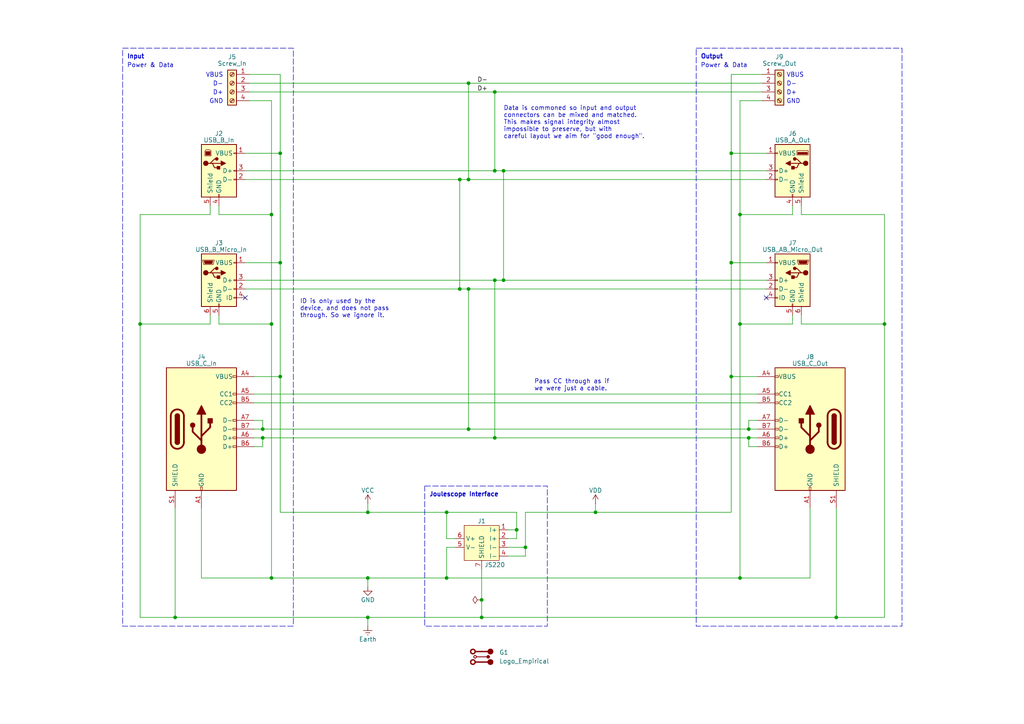
<source format=kicad_sch>
(kicad_sch (version 20231120) (generator "eeschema") (generator_version "8.0")
  (paper "A4")
  (title_block (title "BP1: uUSB JS220 FP") (date "2024-09-15") (rev "C") (comment 1 "Internal") (comment 2 "HR"))
  (lib_symbols
    (symbol "Becquerel:Logo_Empirical" (in_bom no)
      (property "Reference" "G" (at 0 3.81 0))
      (property "Value" "Logo_Empirical" (at 0 -4.064 0))
      (symbol "Logo_Empirical_0_1"
        (circle (center -2.54 -1.524) (radius 0.6476) (stroke (width 0.4)))
        (circle (center -2.54 1.524) (radius 0.6476) (stroke (width 0.4)))
        (circle (center -1.905 0) (radius 0.381) (stroke (width 0.25)))
        (polyline (pts (xy -1.905 -1.524) (xy 1.905 -1.524)) (stroke (width 0.4)))
        (polyline (pts (xy -1.905 1.524) (xy 1.905 1.524)) (stroke (width 0.4)))
        (polyline (pts (xy -1.524 0) (xy 1.524 0)) (stroke (width 0.25)))
        (circle (center 1.905 0) (radius 0.381) (stroke (width 0.25)) (fill (type outline)))
        (circle (center 2.54 -1.524) (radius 0.6476) (stroke (width 0.4)) (fill (type outline)))
        (circle (center 2.54 1.524) (radius 0.6476) (stroke (width 0.4)) (fill (type outline)))
      )
    )
    (symbol "Connector:Screw_Terminal_01x04" (pin_names (offset 1.016) hide)
      (property "Reference" "J" (at 0 5.08 0))
      (property "Value" "Screw_Terminal_01x04" (at 0 -7.62 0))
      (symbol "Screw_Terminal_01x04_1_1"
        (rectangle (start -1.27 3.81) (end 1.27 -6.35) (stroke (width 0.254)) (fill (type background)))
        (circle (center 0 -5.08) (radius 0.635) (stroke (width 0.1524)))
        (circle (center 0 -2.54) (radius 0.635) (stroke (width 0.1524)))
        (polyline (pts (xy -0.5334 -4.7498) (xy 0.3302 -5.588)) (stroke (width 0.1524)))
        (polyline (pts (xy -0.5334 -2.2098) (xy 0.3302 -3.048)) (stroke (width 0.1524)))
        (polyline (pts (xy -0.5334 0.3302) (xy 0.3302 -0.508)) (stroke (width 0.1524)))
        (polyline (pts (xy -0.5334 2.8702) (xy 0.3302 2.032)) (stroke (width 0.1524)))
        (polyline (pts (xy -0.3556 -4.572) (xy 0.508 -5.4102)) (stroke (width 0.1524)))
        (polyline (pts (xy -0.3556 -2.032) (xy 0.508 -2.8702)) (stroke (width 0.1524)))
        (polyline (pts (xy -0.3556 0.508) (xy 0.508 -0.3302)) (stroke (width 0.1524)))
        (polyline (pts (xy -0.3556 3.048) (xy 0.508 2.2098)) (stroke (width 0.1524)))
        (circle (center 0 0) (radius 0.635) (stroke (width 0.1524)))
        (circle (center 0 2.54) (radius 0.635) (stroke (width 0.1524)))
        (pin passive line (at -5.08 2.54 0) (length 3.81) (name "Pin_1") (number "1"))
        (pin passive line (at -5.08 0 0) (length 3.81) (name "Pin_2") (number "2"))
        (pin passive line (at -5.08 -2.54 0) (length 3.81) (name "Pin_3") (number "3"))
        (pin passive line (at -5.08 -5.08 0) (length 3.81) (name "Pin_4") (number "4"))
      )
    )
    (symbol "Connector:USB_A" (pin_names (offset 1.016))
      (property "Reference" "J" (at -5.08 11.43 0))
      (property "Value" "USB_A" (at -5.08 8.89 0))
      (symbol "USB_A_0_1"
        (rectangle (start -5.08 -7.62) (end 5.08 7.62) (stroke (width 0.254)) (fill (type background)))
        (circle (center -3.81 2.159) (radius 0.635) (stroke (width 0.254)) (fill (type outline)))
        (rectangle (start -1.524 4.826) (end -4.318 5.334) (fill (type outline)))
        (rectangle (start -1.27 4.572) (end -4.572 5.842))
        (circle (center -0.635 3.429) (radius 0.381) (stroke (width 0.254)) (fill (type outline)))
        (rectangle (start -0.127 -7.62) (end 0.127 -6.858))
        (polyline (pts (xy -3.175 2.159) (xy -2.54 2.159) (xy -1.27 3.429) (xy -0.635 3.429)) (stroke (width 0.254)))
        (polyline (pts (xy -2.54 2.159) (xy -1.905 2.159) (xy -1.27 0.889) (xy 0 0.889)) (stroke (width 0.254)))
        (polyline (pts (xy 0.635 2.794) (xy 0.635 1.524) (xy 1.905 2.159) (xy 0.635 2.794)) (stroke (width 0.254)) (fill (type outline)))
        (rectangle (start 0.254 1.27) (end -0.508 0.508) (stroke (width 0.254)) (fill (type outline)))
        (rectangle (start 5.08 -2.667) (end 4.318 -2.413))
        (rectangle (start 5.08 -0.127) (end 4.318 0.127))
        (rectangle (start 5.08 4.953) (end 4.318 5.207))
      )
      (symbol "USB_A_1_1"
        (polyline (pts (xy -1.905 2.159) (xy 0.635 2.159)) (stroke (width 0.254)))
        (pin power_in line (at 7.62 5.08 180) (length 2.54) (name "VBUS") (number "1"))
        (pin bidirectional line (at 7.62 -2.54 180) (length 2.54) (name "D-") (number "2"))
        (pin bidirectional line (at 7.62 0 180) (length 2.54) (name "D+") (number "3"))
        (pin power_in line (at 0 -10.16 90) (length 2.54) (name "GND") (number "4"))
        (pin passive line (at -2.54 -10.16 90) (length 2.54) (name "Shield") (number "5"))
      )
    )
    (symbol "Connector:USB_B" (pin_names (offset 1.016))
      (property "Reference" "J" (at -5.08 11.43 0))
      (property "Value" "USB_B" (at -5.08 8.89 0))
      (symbol "USB_B_0_1"
        (rectangle (start -5.08 -7.62) (end 5.08 7.62) (stroke (width 0.254)) (fill (type background)))
        (circle (center -3.81 2.159) (radius 0.635) (stroke (width 0.254)) (fill (type outline)))
        (rectangle (start -3.81 5.588) (end -2.54 4.572) (fill (type outline)))
        (circle (center -0.635 3.429) (radius 0.381) (stroke (width 0.254)) (fill (type outline)))
        (rectangle (start -0.127 -7.62) (end 0.127 -6.858))
        (polyline (pts (xy -1.905 2.159) (xy 0.635 2.159)) (stroke (width 0.254)))
        (polyline (pts (xy -3.175 2.159) (xy -2.54 2.159) (xy -1.27 3.429) (xy -0.635 3.429)) (stroke (width 0.254)))
        (polyline (pts (xy -2.54 2.159) (xy -1.905 2.159) (xy -1.27 0.889) (xy 0 0.889)) (stroke (width 0.254)))
        (polyline (pts (xy 0.635 2.794) (xy 0.635 1.524) (xy 1.905 2.159) (xy 0.635 2.794)) (stroke (width 0.254)) (fill (type outline)))
        (polyline (pts (xy -4.064 4.318) (xy -2.286 4.318) (xy -2.286 5.715) (xy -2.667 6.096) (xy -3.683 6.096) (xy -4.064 5.715) (xy -4.064 4.318)))
        (rectangle (start 0.254 1.27) (end -0.508 0.508) (stroke (width 0.254)) (fill (type outline)))
        (rectangle (start 5.08 -2.667) (end 4.318 -2.413))
        (rectangle (start 5.08 -0.127) (end 4.318 0.127))
        (rectangle (start 5.08 4.953) (end 4.318 5.207))
      )
      (symbol "USB_B_1_1"
        (pin power_out line (at 7.62 5.08 180) (length 2.54) (name "VBUS") (number "1"))
        (pin bidirectional line (at 7.62 -2.54 180) (length 2.54) (name "D-") (number "2"))
        (pin bidirectional line (at 7.62 0 180) (length 2.54) (name "D+") (number "3"))
        (pin power_out line (at 0 -10.16 90) (length 2.54) (name "GND") (number "4"))
        (pin passive line (at -2.54 -10.16 90) (length 2.54) (name "Shield") (number "5"))
      )
    )
    (symbol "Connector:USB_B_Micro" (pin_names (offset 1.016))
      (property "Reference" "J" (at -5.08 11.43 0))
      (property "Value" "USB_B_Micro" (at -5.08 8.89 0))
      (symbol "USB_B_Micro_0_1"
        (rectangle (start -5.08 -7.62) (end 5.08 7.62) (stroke (width 0.254)) (fill (type background)))
        (circle (center -3.81 2.159) (radius 0.635) (stroke (width 0.254)) (fill (type outline)))
        (circle (center -0.635 3.429) (radius 0.381) (stroke (width 0.254)) (fill (type outline)))
        (rectangle (start -0.127 -7.62) (end 0.127 -6.858))
        (polyline (pts (xy -1.905 2.159) (xy 0.635 2.159)) (stroke (width 0.254)))
        (polyline (pts (xy -3.175 2.159) (xy -2.54 2.159) (xy -1.27 3.429) (xy -0.635 3.429)) (stroke (width 0.254)))
        (polyline (pts (xy -2.54 2.159) (xy -1.905 2.159) (xy -1.27 0.889) (xy 0 0.889)) (stroke (width 0.254)))
        (polyline (pts (xy 0.635 2.794) (xy 0.635 1.524) (xy 1.905 2.159) (xy 0.635 2.794)) (stroke (width 0.254)) (fill (type outline)))
        (polyline (pts (xy -4.318 5.588) (xy -1.778 5.588) (xy -2.032 4.826) (xy -4.064 4.826) (xy -4.318 5.588)) (fill (type outline)))
        (polyline (pts (xy -4.699 5.842) (xy -4.699 5.588) (xy -4.445 4.826) (xy -4.445 4.572) (xy -1.651 4.572) (xy -1.651 4.826) (xy -1.397 5.588) (xy -1.397 5.842) (xy -4.699 5.842)))
        (rectangle (start 0.254 1.27) (end -0.508 0.508) (stroke (width 0.254)) (fill (type outline)))
        (rectangle (start 5.08 -5.207) (end 4.318 -4.953))
        (rectangle (start 5.08 -2.667) (end 4.318 -2.413))
        (rectangle (start 5.08 -0.127) (end 4.318 0.127))
        (rectangle (start 5.08 4.953) (end 4.318 5.207))
      )
      (symbol "USB_B_Micro_1_1"
        (pin power_out line (at 7.62 5.08 180) (length 2.54) (name "VBUS") (number "1"))
        (pin bidirectional line (at 7.62 -2.54 180) (length 2.54) (name "D-") (number "2"))
        (pin bidirectional line (at 7.62 0 180) (length 2.54) (name "D+") (number "3"))
        (pin passive line (at 7.62 -5.08 180) (length 2.54) (name "ID") (number "4"))
        (pin power_out line (at 0 -10.16 90) (length 2.54) (name "GND") (number "5"))
        (pin passive line (at -2.54 -10.16 90) (length 2.54) (name "Shield") (number "6"))
      )
    )
    (symbol "Connector:USB_C_Receptacle_USB2.0_14P" (pin_names (offset 1.016))
      (property "Reference" "J" (at 0 22.225 0))
      (property "Value" "USB_C_Receptacle_USB2.0_14P" (at 0 19.685 0))
      (symbol "USB_C_Receptacle_USB2.0_14P_0_0"
        (rectangle (start -0.254 -17.78) (end 0.254 -16.764))
        (rectangle (start 10.16 -4.826) (end 9.144 -5.334))
        (rectangle (start 10.16 -2.286) (end 9.144 -2.794))
        (rectangle (start 10.16 0.254) (end 9.144 -0.254))
        (rectangle (start 10.16 2.794) (end 9.144 2.286))
        (rectangle (start 10.16 7.874) (end 9.144 7.366))
        (rectangle (start 10.16 10.414) (end 9.144 9.906))
        (rectangle (start 10.16 15.494) (end 9.144 14.986))
      )
      (symbol "USB_C_Receptacle_USB2.0_14P_0_1"
        (rectangle (start -10.16 17.78) (end 10.16 -17.78) (stroke (width 0.254)) (fill (type background)))
        (arc (start -8.89 -3.81) (mid -6.985 -5.7067) (end -5.08 -3.81) (stroke (width 0.508)))
        (arc (start -7.62 -3.81) (mid -6.985 -4.4423) (end -6.35 -3.81) (stroke (width 0.254)))
        (arc (start -7.62 -3.81) (mid -6.985 -4.4423) (end -6.35 -3.81) (stroke (width 0.254)) (fill (type outline)))
        (rectangle (start -7.62 -3.81) (end -6.35 3.81) (stroke (width 0.254)) (fill (type outline)))
        (arc (start -6.35 3.81) (mid -6.985 4.4423) (end -7.62 3.81) (stroke (width 0.254)))
        (arc (start -6.35 3.81) (mid -6.985 4.4423) (end -7.62 3.81) (stroke (width 0.254)) (fill (type outline)))
        (arc (start -5.08 3.81) (mid -6.985 5.7067) (end -8.89 3.81) (stroke (width 0.508)))
        (circle (center -2.54 1.143) (radius 0.635) (stroke (width 0.254)) (fill (type outline)))
        (circle (center 0 -5.842) (radius 1.27) (fill (type outline)))
        (polyline (pts (xy -8.89 -3.81) (xy -8.89 3.81)) (stroke (width 0.508)))
        (polyline (pts (xy -5.08 3.81) (xy -5.08 -3.81)) (stroke (width 0.508)))
        (polyline (pts (xy 0 -5.842) (xy 0 4.318)) (stroke (width 0.508)))
        (polyline (pts (xy 0 -3.302) (xy -2.54 -0.762) (xy -2.54 0.508)) (stroke (width 0.508)))
        (polyline (pts (xy 0 -2.032) (xy 2.54 0.508) (xy 2.54 1.778)) (stroke (width 0.508)))
        (polyline (pts (xy -1.27 4.318) (xy 0 6.858) (xy 1.27 4.318) (xy -1.27 4.318)) (stroke (width 0.254)) (fill (type outline)))
        (rectangle (start 1.905 1.778) (end 3.175 3.048) (stroke (width 0.254)) (fill (type outline)))
      )
      (symbol "USB_C_Receptacle_USB2.0_14P_1_1"
        (pin passive line (at 0 -22.86 90) (length 5.08) (name "GND") (number "A1"))
        (pin passive line (at 0 -22.86 90) (length 5.08) hide (name "GND") (number "A12"))
        (pin passive line (at 15.24 15.24 180) (length 5.08) (name "VBUS") (number "A4"))
        (pin bidirectional line (at 15.24 10.16 180) (length 5.08) (name "CC1") (number "A5"))
        (pin bidirectional line (at 15.24 -2.54 180) (length 5.08) (name "D+") (number "A6"))
        (pin bidirectional line (at 15.24 2.54 180) (length 5.08) (name "D-") (number "A7"))
        (pin passive line (at 15.24 15.24 180) (length 5.08) hide (name "VBUS") (number "A9"))
        (pin passive line (at 0 -22.86 90) (length 5.08) hide (name "GND") (number "B1"))
        (pin passive line (at 0 -22.86 90) (length 5.08) hide (name "GND") (number "B12"))
        (pin passive line (at 15.24 15.24 180) (length 5.08) hide (name "VBUS") (number "B4"))
        (pin bidirectional line (at 15.24 7.62 180) (length 5.08) (name "CC2") (number "B5"))
        (pin bidirectional line (at 15.24 -5.08 180) (length 5.08) (name "D+") (number "B6"))
        (pin bidirectional line (at 15.24 0 180) (length 5.08) (name "D-") (number "B7"))
        (pin passive line (at 15.24 15.24 180) (length 5.08) hide (name "VBUS") (number "B9"))
        (pin passive line (at -7.62 -22.86 90) (length 5.08) (name "SHIELD") (number "S1"))
      )
    )
    (symbol "Joulescope:JS220"
      (property "Reference" "J" (at 0 8.89 0))
      (property "Value" "JS220" (at 0 6.35 0))
      (symbol "JS220_0_1"
        (rectangle (start -5.08 5.08) (end 5.08 -5.08) (fill (type background)))
        (rectangle (start 0 0) (end 0 0))
        (rectangle (start 0 0) (end 0 0))
        (rectangle (start 0 0) (end 0 0))
        (rectangle (start 0 0) (end 0 0))
        (rectangle (start 0 0) (end 0 0))
        (rectangle (start 0 0) (end 0 0))
      )
      (symbol "JS220_1_1"
        (pin power_in line (at 7.62 3.81 180) (length 2.54) (name "I+") (number "1"))
        (pin power_in line (at 7.62 1.27 180) (length 2.54) (name "I+") (number "2"))
        (pin power_out line (at 7.62 -1.27 180) (length 2.54) (name "I-") (number "3"))
        (pin power_in line (at 7.62 -3.81 180) (length 2.54) (name "I-") (number "4"))
        (pin power_in line (at -7.62 -1.27 0) (length 2.54) (name "V-") (number "5"))
        (pin power_in line (at -7.62 1.27 0) (length 2.54) (name "V+") (number "6"))
        (pin passive line (at 0 -7.62 90) (length 2.54) (name "SHIELD") (number "7"))
      )
    )
    (symbol "power:Earth" (power) (pin_numbers hide) (pin_names (offset 0) hide)
      (property "Value" "Earth" (at 0 -3.81 0))
      (symbol "Earth_0_1"
        (polyline (pts (xy -0.635 -1.905) (xy 0.635 -1.905)))
        (polyline (pts (xy -0.127 -2.54) (xy 0.127 -2.54)))
        (polyline (pts (xy 0 -1.27) (xy 0 0)))
        (polyline (pts (xy 1.27 -1.27) (xy -1.27 -1.27)))
      )
      (symbol "Earth_1_1"
        (pin power_in line (at 0 0 270) (length 0) (name "~") (number "1"))
      )
    )
    (symbol "power:GND" (power) (pin_numbers hide) (pin_names (offset 0) hide)
      (property "Value" "GND" (at 0 -3.81 0))
      (symbol "GND_0_1"
        (polyline (pts (xy 0 0) (xy 0 -1.27) (xy 1.27 -1.27) (xy 0 -2.54) (xy -1.27 -1.27) (xy 0 -1.27)))
      )
      (symbol "GND_1_1"
        (pin power_in line (at 0 0 270) (length 0) (name "~") (number "1"))
      )
    )
    (symbol "power:PWR_FLAG" (power) (pin_numbers hide) (pin_names (offset 0) hide)
      (property "Value" "PWR_FLAG" (at 0 3.81 0))
      (symbol "PWR_FLAG_0_0"
        (pin power_out line (at 0 0 90) (length 0) (name "~") (number "1"))
      )
      (symbol "PWR_FLAG_0_1"
        (polyline (pts (xy 0 0) (xy 0 1.27) (xy -1.016 1.905) (xy 0 2.54) (xy 1.016 1.905) (xy 0 1.27)))
      )
    )
    (symbol "power:VCC" (power) (pin_numbers hide) (pin_names (offset 0) hide)
      (property "Value" "VCC" (at 0 3.556 0))
      (symbol "VCC_0_1"
        (polyline (pts (xy -0.762 1.27) (xy 0 2.54)))
        (polyline (pts (xy 0 0) (xy 0 2.54)))
        (polyline (pts (xy 0 2.54) (xy 0.762 1.27)))
      )
      (symbol "VCC_1_1"
        (pin power_in line (at 0 0 90) (length 0) (name "~") (number "1"))
      )
    )
    (symbol "power:VDD" (power) (pin_numbers hide) (pin_names (offset 0) hide)
      (property "Value" "VDD" (at 0 3.556 0))
      (symbol "VDD_0_1"
        (polyline (pts (xy -0.762 1.27) (xy 0 2.54)))
        (polyline (pts (xy 0 0) (xy 0 2.54)))
        (polyline (pts (xy 0 2.54) (xy 0.762 1.27)))
      )
      (symbol "VDD_1_1"
        (pin power_in line (at 0 0 90) (length 0) (name "~") (number "1"))
      )
    )
  )
  (junction (at 143.51 127))
  (junction (at 76.2 127))
  (junction (at 78.74 167.64))
  (junction (at 135.89 124.46))
  (junction (at 146.05 49.53))
  (junction (at 217.17 127))
  (junction (at 81.28 109.22))
  (junction (at 106.68 179.07))
  (junction (at 143.51 26.67))
  (junction (at 129.54 148.59))
  (junction (at 256.54 93.98))
  (junction (at 135.89 52.07))
  (junction (at 217.17 124.46))
  (junction (at 212.09 109.22))
  (junction (at 81.28 44.45))
  (junction (at 133.35 83.82))
  (junction (at 212.09 76.2))
  (junction (at 40.64 93.98))
  (junction (at 146.05 81.28))
  (junction (at 242.57 179.07))
  (junction (at 143.51 81.28))
  (junction (at 106.68 148.59))
  (junction (at 214.63 62.23))
  (junction (at 214.63 93.98))
  (junction (at 135.89 83.82))
  (junction (at 76.2 124.46))
  (junction (at 212.09 44.45))
  (junction (at 135.89 24.13))
  (junction (at 152.4 158.75))
  (junction (at 143.51 49.53))
  (junction (at 139.7 173.99))
  (junction (at 149.86 153.67))
  (junction (at 172.72 148.59))
  (junction (at 139.7 179.07))
  (junction (at 133.35 52.07))
  (junction (at 214.63 167.64))
  (junction (at 50.8 179.07))
  (junction (at 78.74 93.98))
  (junction (at 78.74 62.23))
  (junction (at 129.54 167.64))
  (junction (at 106.68 167.64))
  (junction (at 81.28 76.2))
  (no_connect (at 222.25 86.36))
  (no_connect (at 71.12 86.36))
  (wire (pts (xy 222.25 76.2) (xy 212.09 76.2)))
  (wire (pts (xy 152.4 148.59) (xy 152.4 158.75)))
  (wire (pts (xy 106.68 167.64) (xy 106.68 170.18)))
  (wire (pts (xy 149.86 148.59) (xy 129.54 148.59)))
  (wire (pts (xy 76.2 124.46) (xy 135.89 124.46)))
  (wire (pts (xy 63.5 91.44) (xy 63.5 93.98)))
  (wire (pts (xy 135.89 124.46) (xy 217.17 124.46)))
  (wire (pts (xy 217.17 127) (xy 219.71 127)))
  (wire (pts (xy 72.39 24.13) (xy 135.89 24.13)))
  (wire (pts (xy 60.96 91.44) (xy 60.96 93.98)))
  (wire (pts (xy 147.32 161.29) (xy 152.4 161.29)))
  (wire (pts (xy 229.87 91.44) (xy 229.87 93.98)))
  (wire (pts (xy 242.57 147.32) (xy 242.57 179.07)))
  (wire (pts (xy 71.12 49.53) (xy 143.51 49.53)))
  (wire (pts (xy 40.64 62.23) (xy 40.64 93.98)))
  (wire (pts (xy 63.5 59.69) (xy 63.5 62.23)))
  (wire (pts (xy 129.54 167.64) (xy 214.63 167.64)))
  (wire (pts (xy 135.89 24.13) (xy 135.89 52.07)))
  (wire (pts (xy 76.2 121.92) (xy 76.2 124.46)))
  (wire (pts (xy 135.89 52.07) (xy 222.25 52.07)))
  (wire (pts (xy 129.54 158.75) (xy 132.08 158.75)))
  (wire (pts (xy 143.51 26.67) (xy 143.51 49.53)))
  (wire (pts (xy 139.7 179.07) (xy 106.68 179.07)))
  (wire (pts (xy 106.68 148.59) (xy 129.54 148.59)))
  (wire (pts (xy 212.09 109.22) (xy 212.09 148.59)))
  (wire (pts (xy 106.68 146.05) (xy 106.68 148.59)))
  (wire (pts (xy 73.66 109.22) (xy 81.28 109.22)))
  (wire (pts (xy 143.51 81.28) (xy 143.51 127)))
  (wire (pts (xy 60.96 59.69) (xy 60.96 62.23)))
  (wire (pts (xy 71.12 76.2) (xy 81.28 76.2)))
  (wire (pts (xy 73.66 114.3) (xy 219.71 114.3)))
  (wire (pts (xy 234.95 147.32) (xy 234.95 167.64)))
  (wire (pts (xy 106.68 167.64) (xy 129.54 167.64)))
  (wire (pts (xy 147.32 156.21) (xy 149.86 156.21)))
  (wire (pts (xy 106.68 179.07) (xy 106.68 181.61)))
  (wire (pts (xy 232.41 59.69) (xy 232.41 62.23)))
  (wire (pts (xy 229.87 62.23) (xy 214.63 62.23)))
  (wire (pts (xy 152.4 148.59) (xy 172.72 148.59)))
  (wire (pts (xy 135.89 24.13) (xy 220.98 24.13)))
  (wire (pts (xy 214.63 29.21) (xy 220.98 29.21)))
  (wire (pts (xy 146.05 49.53) (xy 146.05 81.28)))
  (wire (pts (xy 73.66 129.54) (xy 76.2 129.54)))
  (wire (pts (xy 147.32 153.67) (xy 149.86 153.67)))
  (wire (pts (xy 71.12 52.07) (xy 133.35 52.07)))
  (wire (pts (xy 143.51 26.67) (xy 220.98 26.67)))
  (wire (pts (xy 229.87 59.69) (xy 229.87 62.23)))
  (wire (pts (xy 256.54 93.98) (xy 232.41 93.98)))
  (wire (pts (xy 242.57 179.07) (xy 139.7 179.07)))
  (wire (pts (xy 78.74 62.23) (xy 78.74 93.98)))
  (wire (pts (xy 139.7 165.1) (xy 139.7 173.99)))
  (wire (pts (xy 81.28 21.59) (xy 81.28 44.45)))
  (wire (pts (xy 212.09 109.22) (xy 219.71 109.22)))
  (wire (pts (xy 72.39 29.21) (xy 78.74 29.21)))
  (wire (pts (xy 242.57 179.07) (xy 256.54 179.07)))
  (wire (pts (xy 219.71 129.54) (xy 217.17 129.54)))
  (wire (pts (xy 78.74 167.64) (xy 58.42 167.64)))
  (wire (pts (xy 256.54 179.07) (xy 256.54 93.98)))
  (wire (pts (xy 219.71 121.92) (xy 217.17 121.92)))
  (wire (pts (xy 212.09 44.45) (xy 222.25 44.45)))
  (wire (pts (xy 214.63 93.98) (xy 214.63 62.23)))
  (wire (pts (xy 50.8 179.07) (xy 50.8 147.32)))
  (wire (pts (xy 63.5 62.23) (xy 78.74 62.23)))
  (wire (pts (xy 172.72 148.59) (xy 212.09 148.59)))
  (wire (pts (xy 76.2 129.54) (xy 76.2 127)))
  (wire (pts (xy 81.28 76.2) (xy 81.28 109.22)))
  (wire (pts (xy 139.7 173.99) (xy 139.7 179.07)))
  (wire (pts (xy 73.66 116.84) (xy 219.71 116.84)))
  (wire (pts (xy 106.68 167.64) (xy 78.74 167.64)))
  (wire (pts (xy 40.64 179.07) (xy 50.8 179.07)))
  (wire (pts (xy 143.51 49.53) (xy 146.05 49.53)))
  (wire (pts (xy 71.12 81.28) (xy 143.51 81.28)))
  (wire (pts (xy 212.09 21.59) (xy 212.09 44.45)))
  (wire (pts (xy 72.39 21.59) (xy 81.28 21.59)))
  (wire (pts (xy 73.66 124.46) (xy 76.2 124.46)))
  (wire (pts (xy 232.41 93.98) (xy 232.41 91.44)))
  (wire (pts (xy 106.68 179.07) (xy 50.8 179.07)))
  (wire (pts (xy 152.4 158.75) (xy 152.4 161.29)))
  (wire (pts (xy 217.17 121.92) (xy 217.17 124.46)))
  (wire (pts (xy 143.51 81.28) (xy 146.05 81.28)))
  (wire (pts (xy 129.54 156.21) (xy 132.08 156.21)))
  (wire (pts (xy 81.28 44.45) (xy 81.28 76.2)))
  (wire (pts (xy 73.66 121.92) (xy 76.2 121.92)))
  (wire (pts (xy 40.64 93.98) (xy 60.96 93.98)))
  (wire (pts (xy 135.89 83.82) (xy 222.25 83.82)))
  (wire (pts (xy 146.05 49.53) (xy 222.25 49.53)))
  (wire (pts (xy 71.12 83.82) (xy 133.35 83.82)))
  (wire (pts (xy 129.54 167.64) (xy 129.54 158.75)))
  (wire (pts (xy 63.5 93.98) (xy 78.74 93.98)))
  (wire (pts (xy 60.96 62.23) (xy 40.64 62.23)))
  (wire (pts (xy 143.51 127) (xy 217.17 127)))
  (wire (pts (xy 135.89 83.82) (xy 135.89 124.46)))
  (wire (pts (xy 71.12 44.45) (xy 81.28 44.45)))
  (wire (pts (xy 146.05 81.28) (xy 222.25 81.28)))
  (wire (pts (xy 133.35 52.07) (xy 135.89 52.07)))
  (wire (pts (xy 212.09 76.2) (xy 212.09 44.45)))
  (wire (pts (xy 133.35 52.07) (xy 133.35 83.82)))
  (wire (pts (xy 73.66 127) (xy 76.2 127)))
  (wire (pts (xy 232.41 62.23) (xy 256.54 62.23)))
  (wire (pts (xy 172.72 146.05) (xy 172.72 148.59)))
  (wire (pts (xy 234.95 167.64) (xy 214.63 167.64)))
  (wire (pts (xy 81.28 109.22) (xy 81.28 148.59)))
  (wire (pts (xy 78.74 93.98) (xy 78.74 167.64)))
  (wire (pts (xy 217.17 124.46) (xy 219.71 124.46)))
  (wire (pts (xy 149.86 153.67) (xy 149.86 148.59)))
  (wire (pts (xy 40.64 93.98) (xy 40.64 179.07)))
  (wire (pts (xy 58.42 167.64) (xy 58.42 147.32)))
  (wire (pts (xy 212.09 109.22) (xy 212.09 76.2)))
  (wire (pts (xy 214.63 167.64) (xy 214.63 93.98)))
  (wire (pts (xy 133.35 83.82) (xy 135.89 83.82)))
  (wire (pts (xy 229.87 93.98) (xy 214.63 93.98)))
  (wire (pts (xy 72.39 26.67) (xy 143.51 26.67)))
  (wire (pts (xy 78.74 29.21) (xy 78.74 62.23)))
  (wire (pts (xy 217.17 129.54) (xy 217.17 127)))
  (wire (pts (xy 256.54 62.23) (xy 256.54 93.98)))
  (wire (pts (xy 76.2 127) (xy 143.51 127)))
  (wire (pts (xy 129.54 148.59) (xy 129.54 156.21)))
  (wire (pts (xy 147.32 158.75) (xy 152.4 158.75)))
  (wire (pts (xy 212.09 21.59) (xy 220.98 21.59)))
  (wire (pts (xy 81.28 148.59) (xy 106.68 148.59)))
  (wire (pts (xy 149.86 156.21) (xy 149.86 153.67)))
  (wire (pts (xy 214.63 62.23) (xy 214.63 29.21)))
  (rectangle (start 123.19 140.97) (end 158.75 181.61) (stroke (width 0) (type dash)))
  (rectangle (start 35.56 13.97) (end 85.09 181.61) (stroke (width 0) (type dash)))
  (rectangle (start 201.93 13.97) (end 261.62 181.61) (stroke (width 0) (type dash)))
  (text "GND" (at 64.77 29.464 0) (effects (font (size 1.27 1.27)) (justify right)))
  (text "D+" (at 228.092 26.924 0) (effects (font (size 1.27 1.27)) (justify left)))
  (text "Output" (at 203.2 16.51 0) (effects (font (size 1.27 1.27) (thickness 0.254) (bold yes)) (justify left)))
  (text "D+" (at 64.77 26.924 0) (effects (font (size 1.27 1.27)) (justify right)))
  (text "VBUS" (at 64.77 21.844 0) (effects (font (size 1.27 1.27)) (justify right)))
  (text "Power & Data" (at 36.83 19.05 0) (effects (font (size 1.27 1.27)) (justify left)))
  (text "Power & Data" (at 203.2 19.05 0) (effects (font (size 1.27 1.27)) (justify left)))
  (text "ID is only used by the\ndevice, and does not pass\nthrough. So we ignore it." (at 86.995 89.535 0) (effects (font (size 1.27 1.27)) (justify left)))
  (text "Input" (at 36.83 16.51 0) (effects (font (size 1.27 1.27) (thickness 0.254) (bold yes)) (justify left)))
  (text "D-" (at 228.092 24.384 0) (effects (font (size 1.27 1.27)) (justify left)))
  (text "VBUS" (at 228.092 21.844 0) (effects (font (size 1.27 1.27)) (justify left)))
  (text "D-" (at 64.77 24.384 0) (effects (font (size 1.27 1.27)) (justify right)))
  (text "Joulescope Interface" (at 124.46 143.51 0) (effects (font (size 1.27 1.27) (thickness 0.254) (bold yes)) (justify left)))
  (text "Pass CC through as if\nwe were just a cable." (at 154.94 111.76 0) (effects (font (size 1.27 1.27)) (justify left)))
  (text "Data is commoned so input and output\nconnectors can be mixed and matched.\nThis makes signal integrity almost\nimpossible to preserve, but with\ncareful layout we aim for \"good enough\"." (at 146.05 35.56 0) (effects (font (size 1.27 1.27)) (justify left)))
  (text "GND" (at 228.092 29.464 0) (effects (font (size 1.27 1.27)) (justify left)))
  (label "D-" (at 138.43 24.13 0))
  (label "D+" (at 138.43 26.67 0))
  (symbol (lib_id "power:GND") (at 106.68 170.18 0) (unit 1)
    (property "Reference" "#PWR02" (effects (hide yes)))
    (property "Value" "GND" (at 106.68 173.99 0))
    (property "Description" "Power symbol creates a global label with name \"GND\" , ground" (effects (hide yes)))
  )
  (symbol (lib_id "power:VCC") (at 106.68 146.05 0) (unit 1)
    (property "Reference" "#PWR03" (effects (hide yes)))
    (property "Value" "VCC" (at 106.68 142.24 0))
    (property "Description" "Power symbol creates a global label with name \"VCC\"" (effects (hide yes)))
  )
  (symbol (lib_id "power:PWR_FLAG") (at 139.7 173.99 90) (unit 1)
    (property "Reference" "#FLG01" (effects (hide yes)))
    (property "Value" "PWR_FLAG" (effects (hide yes)))
    (property "Description" "Special symbol for telling ERC where power comes from" (effects (hide yes)))
  )
  (symbol (lib_id "power:VDD") (at 172.72 146.05 0) (unit 1)
    (property "Reference" "#PWR04" (effects (hide yes)))
    (property "Value" "VDD" (at 172.72 142.24 0))
    (property "Description" "Power symbol creates a global label with name \"VDD\"" (effects (hide yes)))
  )
  (symbol (lib_id "Connector:USB_B_Micro") (at 63.5 81.28 0) (unit 1)
    (property "Reference" "J3" (at 63.5 70.485 0))
    (property "Value" "USB_B_Micro_In" (at 64.135 72.39 0))
    (property "Footprint" "HouseLib:USB_Micro-B_GCT_USB3145-30-1-A_Vertical" (effects (hide yes)))
    (property "Datasheet" "https://gct.co/files/specs/usb3145-spec.pdf" (effects (hide yes)))
    (property "Description" "USB Micro Type B connector" (effects (hide yes)))
    (property "MPN" "USB3145-30-1-A" (effects (hide yes)))
    (property "Manufacturer" "GCT" (effects (hide yes)))
    (property "Order Code" "2073-USB3145-30-1-ACT-ND" (effects (hide yes)))
    (property "Supplier" "Digi-Key" (effects (hide yes)))
  )
  (symbol (lib_id "Connector:USB_A") (at 229.87 49.53 0) (mirror y) (unit 1)
    (property "Reference" "J6" (at 229.87 38.735 0))
    (property "Value" "USB_A_Out" (at 229.87 40.64 0))
    (property "Footprint" "HouseLib:USB_A_Adam_Tech_USB-A-S-VT_Vertical" (effects (hide yes)))
    (property "Datasheet" "https://app.adam-tech.com/products/download/data_sheet/195863/usb-a-s-vt-data-sheet.pdf" (effects (hide yes)))
    (property "Description" "USB Type A connector" (effects (hide yes)))
    (property "MPN" "USB-A-S-VT" (effects (hide yes)))
    (property "Manufacturer" "Adam Tech" (effects (hide yes)))
    (property "Order Code" "2057-USB-A-S-VT-ND" (effects (hide yes)))
    (property "Supplier" "Digi-Key" (effects (hide yes)))
  )
  (symbol (lib_id "Connector:USB_B_Micro") (at 229.87 81.28 0) (mirror y) (unit 1)
    (property "Reference" "J7" (at 229.87 70.485 0))
    (property "Value" "USB_AB_Micro_Out" (at 229.87 72.39 0))
    (property "Footprint" "Becquerel:USB_Micro-AB_GCT_USB3106-30-0230-A_Vertical" (effects (hide yes)))
    (property "Datasheet" "https://gct.co/files/specs/usb3106-spec.pdf" (effects (hide yes)))
    (property "Description" "USB Micro Type B connector" (effects (hide yes)))
    (property "MPN" "USB3106-30-0230-A" (effects (hide yes)))
    (property "Manufacturer" "GCT" (effects (hide yes)))
    (property "Order Code" "2073-USB3106-30-0230-ACT-ND" (effects (hide yes)))
    (property "Supplier" "Digi-Key" (effects (hide yes)))
  )
  (symbol (lib_id "Becquerel:Logo_Empirical") (at 139.7 190.5 0) (unit 1) (exclude_from_sim yes) (in_bom no)
    (property "Reference" "G1" (at 144.78 189.2299 0) (effects (justify left)))
    (property "Value" "Logo_Empirical" (at 144.78 191.7699 0) (effects (justify left)))
    (property "Footprint" "Becquerel:logo_empirical_7x5mm" (effects (hide yes)))
    (property "Description" "EmpiricalEE logo" (effects (hide yes)))
  )
  (symbol (lib_id "Connector:Screw_Terminal_01x04") (at 67.31 24.13 0) (mirror y) (unit 1)
    (property "Reference" "J5" (at 67.31 16.51 0))
    (property "Value" "Screw_In" (at 67.31 18.415 0))
    (property "Footprint" "HouseLib:TerminalBlock_Wuerth_691210910004-2.54-4P_1x04_P2.54mm_Horizontal" (effects (hide yes)))
    (property "Datasheet" "https://www.we-online.com/katalog/datasheet/6912109100xx.pdf" (effects (hide yes)))
    (property "Description" "Generic screw terminal, single row, 01x04, script generated (kicad-library-utils/schlib/autogen/connector/)" (effects (hide yes)))
    (property "MPN" "691210910004" (effects (hide yes)))
    (property "Manufacturer" "Würth Elektronik" (effects (hide yes)))
    (property "Order Code" "732-691210910004-ND" (effects (hide yes)))
    (property "Supplier" "Digi-Key" (effects (hide yes)))
  )
  (symbol (lib_id "Joulescope:JS220") (at 139.7 157.48 0) (unit 1)
    (property "Reference" "J1" (at 139.7 151.13 0))
    (property "Value" "JS220" (at 143.51 163.83 0))
    (property "Footprint" "Joulescope:JS220" (effects (hide yes)))
    (property "Datasheet" "https://mm.digikey.com/Volume0/opasdata/d220001/medias/docus/6129/tsm-1xx-xx-xxx-xx-x-xxx-x-mkt.pdf" (effects (hide yes)))
    (property "Description" "Joulescope 220 front panel outline and connector" (effects (hide yes)))
    (property "MPN" "TSM-103-01-S-DV-A" (effects (hide yes)))
    (property "Manufacturer" "Samtec Inc." (effects (hide yes)))
    (property "Order Code" "TSM-103-01-S-DV-A-ND" (effects (hide yes)))
    (property "Supplier" "Digi-Key" (effects (hide yes)))
  )
  (symbol (lib_id "power:Earth") (at 106.68 181.61 0) (unit 1)
    (property "Reference" "#PWR01" (effects (hide yes)))
    (property "Value" "Earth" (at 106.68 185.42 0))
    (property "Description" "Power symbol creates a global label with name \"Earth\"" (effects (hide yes)))
  )
  (symbol (lib_id "Connector:USB_B") (at 63.5 49.53 0) (unit 1)
    (property "Reference" "J2" (at 63.5 38.735 0))
    (property "Value" "USB_B_In" (at 63.5 40.64 0))
    (property "Footprint" "HouseLib:USB_B_CUI_Devices_UJ2-BV-1-TH_Vertical" (effects (hide yes)))
    (property "Datasheet" "https://www.cuidevices.com/product/resource/uj2-bv-1-th.pdf" (effects (hide yes)))
    (property "Description" "USB Type B connector" (effects (hide yes)))
    (property "MPN" "UJ2-BV-1-TH" (effects (hide yes)))
    (property "Manufacturer" "CUI Devices" (effects (hide yes)))
    (property "Order Code" "102-4000-ND" (effects (hide yes)))
    (property "Supplier" "Digi-Key" (effects (hide yes)))
  )
  (symbol (lib_id "Connector:USB_C_Receptacle_USB2.0_14P") (at 234.95 124.46 0) (mirror y) (unit 1)
    (property "Reference" "J8" (at 234.95 103.505 0))
    (property "Value" "USB_C_Out" (at 234.95 105.41 0))
    (property "Footprint" "HouseLib:CUI_UJ20-C-V-C-3-SMT-TR" (effects (hide yes)))
    (property "Datasheet" "https://mm.digikey.com/Volume0/opasdata/d220001/medias/docus/5561/USB4145%20-%20Product%20Drawing.pdf" (effects (hide yes)))
    (property "Description" "USB 2.0-only 14P Type-C Receptacle connector" (effects (hide yes)))
    (property "MPN" "USB4115-03-C" (effects (hide yes)))
    (property "Manufacturer" "GCT" (effects (hide yes)))
    (property "Order Code" "2073-USB4115-03-CCT-ND" (effects (hide yes)))
    (property "Supplier" "Digi-Key" (effects (hide yes)))
  )
  (symbol (lib_id "Connector:Screw_Terminal_01x04") (at 226.06 24.13 0) (unit 1)
    (property "Reference" "J9" (at 226.06 16.51 0))
    (property "Value" "Screw_Out" (at 226.06 18.415 0))
    (property "Footprint" "HouseLib:TerminalBlock_Wuerth_691210910004-2.54-4P_1x04_P2.54mm_Horizontal" (effects (hide yes)))
    (property "Datasheet" "https://www.we-online.com/katalog/datasheet/6912109100xx.pdf" (effects (hide yes)))
    (property "Description" "Generic screw terminal, single row, 01x04, script generated (kicad-library-utils/schlib/autogen/connector/)" (effects (hide yes)))
    (property "MPN" "691210910004" (effects (hide yes)))
    (property "Manufacturer" "Würth Elektronik" (effects (hide yes)))
    (property "Order Code" "732-691210910004-ND" (effects (hide yes)))
    (property "Supplier" "Digi-Key" (effects (hide yes)))
  )
  (symbol (lib_id "Connector:USB_C_Receptacle_USB2.0_14P") (at 58.42 124.46 0) (unit 1)
    (property "Reference" "J4" (at 58.42 103.505 0))
    (property "Value" "USB_C_In" (at 58.42 105.41 0))
    (property "Footprint" "HouseLib:CUI_UJ20-C-V-C-3-SMT-TR" (effects (hide yes)))
    (property "Datasheet" "https://mm.digikey.com/Volume0/opasdata/d220001/medias/docus/5561/USB4145%20-%20Product%20Drawing.pdf" (effects (hide yes)))
    (property "Description" "USB 2.0-only 14P Type-C Receptacle connector" (effects (hide yes)))
    (property "MPN" "USB4115-03-C" (effects (hide yes)))
    (property "Manufacturer" "GCT" (effects (hide yes)))
    (property "Order Code" "2073-USB4115-03-CCT-ND" (effects (hide yes)))
    (property "Supplier" "Digi-Key" (effects (hide yes)))
  )
)
</source>
